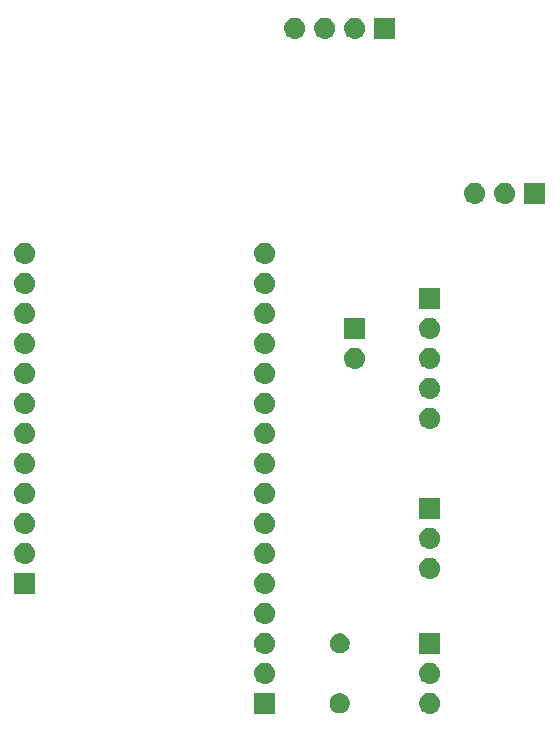
<source format=gbr>
G04 #@! TF.GenerationSoftware,KiCad,Pcbnew,5.0.2-bee76a0~70~ubuntu18.04.1*
G04 #@! TF.CreationDate,2019-07-25T22:31:23-04:00*
G04 #@! TF.ProjectId,knuth-gateway,6b6e7574-682d-4676-9174-657761792e6b,rev?*
G04 #@! TF.SameCoordinates,Original*
G04 #@! TF.FileFunction,Soldermask,Bot*
G04 #@! TF.FilePolarity,Negative*
%FSLAX46Y46*%
G04 Gerber Fmt 4.6, Leading zero omitted, Abs format (unit mm)*
G04 Created by KiCad (PCBNEW 5.0.2-bee76a0~70~ubuntu18.04.1) date Thu 25 Jul 2019 10:31:23 PM EDT*
%MOMM*%
%LPD*%
G01*
G04 APERTURE LIST*
%ADD10C,0.100000*%
G04 APERTURE END LIST*
D10*
G36*
X252840443Y-112135519D02*
X252906627Y-112142037D01*
X253019853Y-112176384D01*
X253076467Y-112193557D01*
X253163311Y-112239977D01*
X253232991Y-112277222D01*
X253268729Y-112306552D01*
X253370186Y-112389814D01*
X253453448Y-112491271D01*
X253482778Y-112527009D01*
X253482779Y-112527011D01*
X253566443Y-112683533D01*
X253583616Y-112740147D01*
X253617963Y-112853373D01*
X253635359Y-113030000D01*
X253617963Y-113206627D01*
X253583616Y-113319853D01*
X253566443Y-113376467D01*
X253497698Y-113505078D01*
X253482778Y-113532991D01*
X253453448Y-113568729D01*
X253370186Y-113670186D01*
X253268729Y-113753448D01*
X253232991Y-113782778D01*
X253232989Y-113782779D01*
X253076467Y-113866443D01*
X253069069Y-113868687D01*
X252906627Y-113917963D01*
X252840443Y-113924481D01*
X252774260Y-113931000D01*
X252685740Y-113931000D01*
X252619557Y-113924481D01*
X252553373Y-113917963D01*
X252390931Y-113868687D01*
X252383533Y-113866443D01*
X252227011Y-113782779D01*
X252227009Y-113782778D01*
X252191271Y-113753448D01*
X252089814Y-113670186D01*
X252006552Y-113568729D01*
X251977222Y-113532991D01*
X251962302Y-113505078D01*
X251893557Y-113376467D01*
X251876384Y-113319853D01*
X251842037Y-113206627D01*
X251824641Y-113030000D01*
X251842037Y-112853373D01*
X251876384Y-112740147D01*
X251893557Y-112683533D01*
X251977221Y-112527011D01*
X251977222Y-112527009D01*
X252006552Y-112491271D01*
X252089814Y-112389814D01*
X252191271Y-112306552D01*
X252227009Y-112277222D01*
X252296689Y-112239977D01*
X252383533Y-112193557D01*
X252440147Y-112176384D01*
X252553373Y-112142037D01*
X252619557Y-112135519D01*
X252685740Y-112129000D01*
X252774260Y-112129000D01*
X252840443Y-112135519D01*
X252840443Y-112135519D01*
G37*
G36*
X239661000Y-113931000D02*
X237859000Y-113931000D01*
X237859000Y-112129000D01*
X239661000Y-112129000D01*
X239661000Y-113931000D01*
X239661000Y-113931000D01*
G37*
G36*
X245276821Y-112191313D02*
X245276824Y-112191314D01*
X245276825Y-112191314D01*
X245437239Y-112239975D01*
X245437241Y-112239976D01*
X245437244Y-112239977D01*
X245585078Y-112318995D01*
X245714659Y-112425341D01*
X245821005Y-112554922D01*
X245900023Y-112702756D01*
X245900024Y-112702759D01*
X245900025Y-112702761D01*
X245945713Y-112853375D01*
X245948687Y-112863179D01*
X245965117Y-113030000D01*
X245948687Y-113196821D01*
X245948686Y-113196824D01*
X245948686Y-113196825D01*
X245945713Y-113206627D01*
X245900023Y-113357244D01*
X245821005Y-113505078D01*
X245714659Y-113634659D01*
X245585078Y-113741005D01*
X245437244Y-113820023D01*
X245437241Y-113820024D01*
X245437239Y-113820025D01*
X245276825Y-113868686D01*
X245276824Y-113868686D01*
X245276821Y-113868687D01*
X245151804Y-113881000D01*
X245068196Y-113881000D01*
X244943179Y-113868687D01*
X244943176Y-113868686D01*
X244943175Y-113868686D01*
X244782761Y-113820025D01*
X244782759Y-113820024D01*
X244782756Y-113820023D01*
X244634922Y-113741005D01*
X244505341Y-113634659D01*
X244398995Y-113505078D01*
X244319977Y-113357244D01*
X244274288Y-113206627D01*
X244271314Y-113196825D01*
X244271314Y-113196824D01*
X244271313Y-113196821D01*
X244254883Y-113030000D01*
X244271313Y-112863179D01*
X244274287Y-112853375D01*
X244319975Y-112702761D01*
X244319976Y-112702759D01*
X244319977Y-112702756D01*
X244398995Y-112554922D01*
X244505341Y-112425341D01*
X244634922Y-112318995D01*
X244782756Y-112239977D01*
X244782759Y-112239976D01*
X244782761Y-112239975D01*
X244943175Y-112191314D01*
X244943176Y-112191314D01*
X244943179Y-112191313D01*
X245068196Y-112179000D01*
X245151804Y-112179000D01*
X245276821Y-112191313D01*
X245276821Y-112191313D01*
G37*
G36*
X238870442Y-109595518D02*
X238936627Y-109602037D01*
X239049853Y-109636384D01*
X239106467Y-109653557D01*
X239245087Y-109727652D01*
X239262991Y-109737222D01*
X239298729Y-109766552D01*
X239400186Y-109849814D01*
X239483448Y-109951271D01*
X239512778Y-109987009D01*
X239512779Y-109987011D01*
X239596443Y-110143533D01*
X239596443Y-110143534D01*
X239647963Y-110313373D01*
X239665359Y-110490000D01*
X239647963Y-110666627D01*
X239613616Y-110779853D01*
X239596443Y-110836467D01*
X239522348Y-110975087D01*
X239512778Y-110992991D01*
X239483448Y-111028729D01*
X239400186Y-111130186D01*
X239298729Y-111213448D01*
X239262991Y-111242778D01*
X239262989Y-111242779D01*
X239106467Y-111326443D01*
X239049853Y-111343616D01*
X238936627Y-111377963D01*
X238870443Y-111384481D01*
X238804260Y-111391000D01*
X238715740Y-111391000D01*
X238649557Y-111384481D01*
X238583373Y-111377963D01*
X238470147Y-111343616D01*
X238413533Y-111326443D01*
X238257011Y-111242779D01*
X238257009Y-111242778D01*
X238221271Y-111213448D01*
X238119814Y-111130186D01*
X238036552Y-111028729D01*
X238007222Y-110992991D01*
X237997652Y-110975087D01*
X237923557Y-110836467D01*
X237906384Y-110779853D01*
X237872037Y-110666627D01*
X237854641Y-110490000D01*
X237872037Y-110313373D01*
X237923557Y-110143534D01*
X237923557Y-110143533D01*
X238007221Y-109987011D01*
X238007222Y-109987009D01*
X238036552Y-109951271D01*
X238119814Y-109849814D01*
X238221271Y-109766552D01*
X238257009Y-109737222D01*
X238274913Y-109727652D01*
X238413533Y-109653557D01*
X238470147Y-109636384D01*
X238583373Y-109602037D01*
X238649558Y-109595518D01*
X238715740Y-109589000D01*
X238804260Y-109589000D01*
X238870442Y-109595518D01*
X238870442Y-109595518D01*
G37*
G36*
X252840442Y-109595518D02*
X252906627Y-109602037D01*
X253019853Y-109636384D01*
X253076467Y-109653557D01*
X253215087Y-109727652D01*
X253232991Y-109737222D01*
X253268729Y-109766552D01*
X253370186Y-109849814D01*
X253453448Y-109951271D01*
X253482778Y-109987009D01*
X253482779Y-109987011D01*
X253566443Y-110143533D01*
X253566443Y-110143534D01*
X253617963Y-110313373D01*
X253635359Y-110490000D01*
X253617963Y-110666627D01*
X253583616Y-110779853D01*
X253566443Y-110836467D01*
X253492348Y-110975087D01*
X253482778Y-110992991D01*
X253453448Y-111028729D01*
X253370186Y-111130186D01*
X253268729Y-111213448D01*
X253232991Y-111242778D01*
X253232989Y-111242779D01*
X253076467Y-111326443D01*
X253019853Y-111343616D01*
X252906627Y-111377963D01*
X252840443Y-111384481D01*
X252774260Y-111391000D01*
X252685740Y-111391000D01*
X252619557Y-111384481D01*
X252553373Y-111377963D01*
X252440147Y-111343616D01*
X252383533Y-111326443D01*
X252227011Y-111242779D01*
X252227009Y-111242778D01*
X252191271Y-111213448D01*
X252089814Y-111130186D01*
X252006552Y-111028729D01*
X251977222Y-110992991D01*
X251967652Y-110975087D01*
X251893557Y-110836467D01*
X251876384Y-110779853D01*
X251842037Y-110666627D01*
X251824641Y-110490000D01*
X251842037Y-110313373D01*
X251893557Y-110143534D01*
X251893557Y-110143533D01*
X251977221Y-109987011D01*
X251977222Y-109987009D01*
X252006552Y-109951271D01*
X252089814Y-109849814D01*
X252191271Y-109766552D01*
X252227009Y-109737222D01*
X252244913Y-109727652D01*
X252383533Y-109653557D01*
X252440147Y-109636384D01*
X252553373Y-109602037D01*
X252619558Y-109595518D01*
X252685740Y-109589000D01*
X252774260Y-109589000D01*
X252840442Y-109595518D01*
X252840442Y-109595518D01*
G37*
G36*
X238870442Y-107055518D02*
X238936627Y-107062037D01*
X239049853Y-107096384D01*
X239106467Y-107113557D01*
X239245087Y-107187652D01*
X239262991Y-107197222D01*
X239298729Y-107226552D01*
X239400186Y-107309814D01*
X239480369Y-107407519D01*
X239512778Y-107447009D01*
X239512779Y-107447011D01*
X239596443Y-107603533D01*
X239596443Y-107603534D01*
X239647963Y-107773373D01*
X239665359Y-107950000D01*
X239647963Y-108126627D01*
X239626243Y-108198228D01*
X239596443Y-108296467D01*
X239522348Y-108435087D01*
X239512778Y-108452991D01*
X239483448Y-108488729D01*
X239400186Y-108590186D01*
X239298729Y-108673448D01*
X239262991Y-108702778D01*
X239262989Y-108702779D01*
X239106467Y-108786443D01*
X239058478Y-108801000D01*
X238936627Y-108837963D01*
X238870442Y-108844482D01*
X238804260Y-108851000D01*
X238715740Y-108851000D01*
X238649558Y-108844482D01*
X238583373Y-108837963D01*
X238461522Y-108801000D01*
X238413533Y-108786443D01*
X238257011Y-108702779D01*
X238257009Y-108702778D01*
X238221271Y-108673448D01*
X238119814Y-108590186D01*
X238036552Y-108488729D01*
X238007222Y-108452991D01*
X237997652Y-108435087D01*
X237923557Y-108296467D01*
X237893757Y-108198228D01*
X237872037Y-108126627D01*
X237854641Y-107950000D01*
X237872037Y-107773373D01*
X237923557Y-107603534D01*
X237923557Y-107603533D01*
X238007221Y-107447011D01*
X238007222Y-107447009D01*
X238039631Y-107407519D01*
X238119814Y-107309814D01*
X238221271Y-107226552D01*
X238257009Y-107197222D01*
X238274913Y-107187652D01*
X238413533Y-107113557D01*
X238470147Y-107096384D01*
X238583373Y-107062037D01*
X238649558Y-107055518D01*
X238715740Y-107049000D01*
X238804260Y-107049000D01*
X238870442Y-107055518D01*
X238870442Y-107055518D01*
G37*
G36*
X253631000Y-108851000D02*
X251829000Y-108851000D01*
X251829000Y-107049000D01*
X253631000Y-107049000D01*
X253631000Y-108851000D01*
X253631000Y-108851000D01*
G37*
G36*
X245358228Y-107131703D02*
X245513100Y-107195853D01*
X245652481Y-107288985D01*
X245771015Y-107407519D01*
X245864147Y-107546900D01*
X245928297Y-107701772D01*
X245961000Y-107866184D01*
X245961000Y-108033816D01*
X245928297Y-108198228D01*
X245864147Y-108353100D01*
X245771015Y-108492481D01*
X245652481Y-108611015D01*
X245513100Y-108704147D01*
X245358228Y-108768297D01*
X245193816Y-108801000D01*
X245026184Y-108801000D01*
X244861772Y-108768297D01*
X244706900Y-108704147D01*
X244567519Y-108611015D01*
X244448985Y-108492481D01*
X244355853Y-108353100D01*
X244291703Y-108198228D01*
X244259000Y-108033816D01*
X244259000Y-107866184D01*
X244291703Y-107701772D01*
X244355853Y-107546900D01*
X244448985Y-107407519D01*
X244567519Y-107288985D01*
X244706900Y-107195853D01*
X244861772Y-107131703D01*
X245026184Y-107099000D01*
X245193816Y-107099000D01*
X245358228Y-107131703D01*
X245358228Y-107131703D01*
G37*
G36*
X238870443Y-104515519D02*
X238936627Y-104522037D01*
X239049853Y-104556384D01*
X239106467Y-104573557D01*
X239245087Y-104647652D01*
X239262991Y-104657222D01*
X239298729Y-104686552D01*
X239400186Y-104769814D01*
X239483448Y-104871271D01*
X239512778Y-104907009D01*
X239512779Y-104907011D01*
X239596443Y-105063533D01*
X239596443Y-105063534D01*
X239647963Y-105233373D01*
X239665359Y-105410000D01*
X239647963Y-105586627D01*
X239613616Y-105699853D01*
X239596443Y-105756467D01*
X239522348Y-105895087D01*
X239512778Y-105912991D01*
X239483448Y-105948729D01*
X239400186Y-106050186D01*
X239298729Y-106133448D01*
X239262991Y-106162778D01*
X239262989Y-106162779D01*
X239106467Y-106246443D01*
X239049853Y-106263616D01*
X238936627Y-106297963D01*
X238870442Y-106304482D01*
X238804260Y-106311000D01*
X238715740Y-106311000D01*
X238649558Y-106304482D01*
X238583373Y-106297963D01*
X238470147Y-106263616D01*
X238413533Y-106246443D01*
X238257011Y-106162779D01*
X238257009Y-106162778D01*
X238221271Y-106133448D01*
X238119814Y-106050186D01*
X238036552Y-105948729D01*
X238007222Y-105912991D01*
X237997652Y-105895087D01*
X237923557Y-105756467D01*
X237906384Y-105699853D01*
X237872037Y-105586627D01*
X237854641Y-105410000D01*
X237872037Y-105233373D01*
X237923557Y-105063534D01*
X237923557Y-105063533D01*
X238007221Y-104907011D01*
X238007222Y-104907009D01*
X238036552Y-104871271D01*
X238119814Y-104769814D01*
X238221271Y-104686552D01*
X238257009Y-104657222D01*
X238274913Y-104647652D01*
X238413533Y-104573557D01*
X238470147Y-104556384D01*
X238583373Y-104522037D01*
X238649557Y-104515519D01*
X238715740Y-104509000D01*
X238804260Y-104509000D01*
X238870443Y-104515519D01*
X238870443Y-104515519D01*
G37*
G36*
X219341000Y-103771000D02*
X217539000Y-103771000D01*
X217539000Y-101969000D01*
X219341000Y-101969000D01*
X219341000Y-103771000D01*
X219341000Y-103771000D01*
G37*
G36*
X238870442Y-101975518D02*
X238936627Y-101982037D01*
X239049853Y-102016384D01*
X239106467Y-102033557D01*
X239236363Y-102102989D01*
X239262991Y-102117222D01*
X239298729Y-102146552D01*
X239400186Y-102229814D01*
X239483448Y-102331271D01*
X239512778Y-102367009D01*
X239512779Y-102367011D01*
X239596443Y-102523533D01*
X239596443Y-102523534D01*
X239647963Y-102693373D01*
X239665359Y-102870000D01*
X239647963Y-103046627D01*
X239613616Y-103159853D01*
X239596443Y-103216467D01*
X239522348Y-103355087D01*
X239512778Y-103372991D01*
X239483448Y-103408729D01*
X239400186Y-103510186D01*
X239298729Y-103593448D01*
X239262991Y-103622778D01*
X239262989Y-103622779D01*
X239106467Y-103706443D01*
X239049853Y-103723616D01*
X238936627Y-103757963D01*
X238870443Y-103764481D01*
X238804260Y-103771000D01*
X238715740Y-103771000D01*
X238649557Y-103764481D01*
X238583373Y-103757963D01*
X238470147Y-103723616D01*
X238413533Y-103706443D01*
X238257011Y-103622779D01*
X238257009Y-103622778D01*
X238221271Y-103593448D01*
X238119814Y-103510186D01*
X238036552Y-103408729D01*
X238007222Y-103372991D01*
X237997652Y-103355087D01*
X237923557Y-103216467D01*
X237906384Y-103159853D01*
X237872037Y-103046627D01*
X237854641Y-102870000D01*
X237872037Y-102693373D01*
X237923557Y-102523534D01*
X237923557Y-102523533D01*
X238007221Y-102367011D01*
X238007222Y-102367009D01*
X238036552Y-102331271D01*
X238119814Y-102229814D01*
X238221271Y-102146552D01*
X238257009Y-102117222D01*
X238283637Y-102102989D01*
X238413533Y-102033557D01*
X238470147Y-102016384D01*
X238583373Y-101982037D01*
X238649558Y-101975518D01*
X238715740Y-101969000D01*
X238804260Y-101969000D01*
X238870442Y-101975518D01*
X238870442Y-101975518D01*
G37*
G36*
X252840443Y-100705519D02*
X252906627Y-100712037D01*
X253019853Y-100746384D01*
X253076467Y-100763557D01*
X253206363Y-100832989D01*
X253232991Y-100847222D01*
X253268729Y-100876552D01*
X253370186Y-100959814D01*
X253453448Y-101061271D01*
X253482778Y-101097009D01*
X253482779Y-101097011D01*
X253566443Y-101253533D01*
X253566443Y-101253534D01*
X253617963Y-101423373D01*
X253635359Y-101600000D01*
X253617963Y-101776627D01*
X253583616Y-101889853D01*
X253566443Y-101946467D01*
X253547430Y-101982037D01*
X253482778Y-102102991D01*
X253453448Y-102138729D01*
X253370186Y-102240186D01*
X253268729Y-102323448D01*
X253232991Y-102352778D01*
X253232989Y-102352779D01*
X253076467Y-102436443D01*
X253019853Y-102453616D01*
X252906627Y-102487963D01*
X252840442Y-102494482D01*
X252774260Y-102501000D01*
X252685740Y-102501000D01*
X252619558Y-102494482D01*
X252553373Y-102487963D01*
X252440147Y-102453616D01*
X252383533Y-102436443D01*
X252227011Y-102352779D01*
X252227009Y-102352778D01*
X252191271Y-102323448D01*
X252089814Y-102240186D01*
X252006552Y-102138729D01*
X251977222Y-102102991D01*
X251912570Y-101982037D01*
X251893557Y-101946467D01*
X251876384Y-101889853D01*
X251842037Y-101776627D01*
X251824641Y-101600000D01*
X251842037Y-101423373D01*
X251893557Y-101253534D01*
X251893557Y-101253533D01*
X251977221Y-101097011D01*
X251977222Y-101097009D01*
X252006552Y-101061271D01*
X252089814Y-100959814D01*
X252191271Y-100876552D01*
X252227009Y-100847222D01*
X252253637Y-100832989D01*
X252383533Y-100763557D01*
X252440147Y-100746384D01*
X252553373Y-100712037D01*
X252619557Y-100705519D01*
X252685740Y-100699000D01*
X252774260Y-100699000D01*
X252840443Y-100705519D01*
X252840443Y-100705519D01*
G37*
G36*
X238870443Y-99435519D02*
X238936627Y-99442037D01*
X239049853Y-99476384D01*
X239106467Y-99493557D01*
X239236363Y-99562989D01*
X239262991Y-99577222D01*
X239298729Y-99606552D01*
X239400186Y-99689814D01*
X239483448Y-99791271D01*
X239512778Y-99827009D01*
X239512779Y-99827011D01*
X239596443Y-99983533D01*
X239596443Y-99983534D01*
X239647963Y-100153373D01*
X239665359Y-100330000D01*
X239647963Y-100506627D01*
X239613616Y-100619853D01*
X239596443Y-100676467D01*
X239577430Y-100712037D01*
X239512778Y-100832991D01*
X239483448Y-100868729D01*
X239400186Y-100970186D01*
X239298729Y-101053448D01*
X239262991Y-101082778D01*
X239262989Y-101082779D01*
X239106467Y-101166443D01*
X239049853Y-101183616D01*
X238936627Y-101217963D01*
X238870443Y-101224481D01*
X238804260Y-101231000D01*
X238715740Y-101231000D01*
X238649558Y-101224482D01*
X238583373Y-101217963D01*
X238470147Y-101183616D01*
X238413533Y-101166443D01*
X238257011Y-101082779D01*
X238257009Y-101082778D01*
X238221271Y-101053448D01*
X238119814Y-100970186D01*
X238036552Y-100868729D01*
X238007222Y-100832991D01*
X237942570Y-100712037D01*
X237923557Y-100676467D01*
X237906384Y-100619853D01*
X237872037Y-100506627D01*
X237854641Y-100330000D01*
X237872037Y-100153373D01*
X237923557Y-99983534D01*
X237923557Y-99983533D01*
X238007221Y-99827011D01*
X238007222Y-99827009D01*
X238036552Y-99791271D01*
X238119814Y-99689814D01*
X238221271Y-99606552D01*
X238257009Y-99577222D01*
X238283637Y-99562989D01*
X238413533Y-99493557D01*
X238470147Y-99476384D01*
X238583373Y-99442037D01*
X238649558Y-99435518D01*
X238715740Y-99429000D01*
X238804260Y-99429000D01*
X238870443Y-99435519D01*
X238870443Y-99435519D01*
G37*
G36*
X218550443Y-99435519D02*
X218616627Y-99442037D01*
X218729853Y-99476384D01*
X218786467Y-99493557D01*
X218916363Y-99562989D01*
X218942991Y-99577222D01*
X218978729Y-99606552D01*
X219080186Y-99689814D01*
X219163448Y-99791271D01*
X219192778Y-99827009D01*
X219192779Y-99827011D01*
X219276443Y-99983533D01*
X219276443Y-99983534D01*
X219327963Y-100153373D01*
X219345359Y-100330000D01*
X219327963Y-100506627D01*
X219293616Y-100619853D01*
X219276443Y-100676467D01*
X219257430Y-100712037D01*
X219192778Y-100832991D01*
X219163448Y-100868729D01*
X219080186Y-100970186D01*
X218978729Y-101053448D01*
X218942991Y-101082778D01*
X218942989Y-101082779D01*
X218786467Y-101166443D01*
X218729853Y-101183616D01*
X218616627Y-101217963D01*
X218550443Y-101224481D01*
X218484260Y-101231000D01*
X218395740Y-101231000D01*
X218329558Y-101224482D01*
X218263373Y-101217963D01*
X218150147Y-101183616D01*
X218093533Y-101166443D01*
X217937011Y-101082779D01*
X217937009Y-101082778D01*
X217901271Y-101053448D01*
X217799814Y-100970186D01*
X217716552Y-100868729D01*
X217687222Y-100832991D01*
X217622570Y-100712037D01*
X217603557Y-100676467D01*
X217586384Y-100619853D01*
X217552037Y-100506627D01*
X217534641Y-100330000D01*
X217552037Y-100153373D01*
X217603557Y-99983534D01*
X217603557Y-99983533D01*
X217687221Y-99827011D01*
X217687222Y-99827009D01*
X217716552Y-99791271D01*
X217799814Y-99689814D01*
X217901271Y-99606552D01*
X217937009Y-99577222D01*
X217963637Y-99562989D01*
X218093533Y-99493557D01*
X218150147Y-99476384D01*
X218263373Y-99442037D01*
X218329558Y-99435518D01*
X218395740Y-99429000D01*
X218484260Y-99429000D01*
X218550443Y-99435519D01*
X218550443Y-99435519D01*
G37*
G36*
X252840443Y-98165519D02*
X252906627Y-98172037D01*
X253019853Y-98206384D01*
X253076467Y-98223557D01*
X253206363Y-98292989D01*
X253232991Y-98307222D01*
X253268729Y-98336552D01*
X253370186Y-98419814D01*
X253453448Y-98521271D01*
X253482778Y-98557009D01*
X253482779Y-98557011D01*
X253566443Y-98713533D01*
X253566443Y-98713534D01*
X253617963Y-98883373D01*
X253635359Y-99060000D01*
X253617963Y-99236627D01*
X253583616Y-99349853D01*
X253566443Y-99406467D01*
X253547430Y-99442037D01*
X253482778Y-99562991D01*
X253453448Y-99598729D01*
X253370186Y-99700186D01*
X253268729Y-99783448D01*
X253232991Y-99812778D01*
X253232989Y-99812779D01*
X253076467Y-99896443D01*
X253019853Y-99913616D01*
X252906627Y-99947963D01*
X252840443Y-99954481D01*
X252774260Y-99961000D01*
X252685740Y-99961000D01*
X252619557Y-99954481D01*
X252553373Y-99947963D01*
X252440147Y-99913616D01*
X252383533Y-99896443D01*
X252227011Y-99812779D01*
X252227009Y-99812778D01*
X252191271Y-99783448D01*
X252089814Y-99700186D01*
X252006552Y-99598729D01*
X251977222Y-99562991D01*
X251912570Y-99442037D01*
X251893557Y-99406467D01*
X251876384Y-99349853D01*
X251842037Y-99236627D01*
X251824641Y-99060000D01*
X251842037Y-98883373D01*
X251893557Y-98713534D01*
X251893557Y-98713533D01*
X251977221Y-98557011D01*
X251977222Y-98557009D01*
X252006552Y-98521271D01*
X252089814Y-98419814D01*
X252191271Y-98336552D01*
X252227009Y-98307222D01*
X252253637Y-98292989D01*
X252383533Y-98223557D01*
X252440147Y-98206384D01*
X252553373Y-98172037D01*
X252619557Y-98165519D01*
X252685740Y-98159000D01*
X252774260Y-98159000D01*
X252840443Y-98165519D01*
X252840443Y-98165519D01*
G37*
G36*
X238870442Y-96895518D02*
X238936627Y-96902037D01*
X239049853Y-96936384D01*
X239106467Y-96953557D01*
X239245087Y-97027652D01*
X239262991Y-97037222D01*
X239298729Y-97066552D01*
X239400186Y-97149814D01*
X239483448Y-97251271D01*
X239512778Y-97287009D01*
X239512779Y-97287011D01*
X239596443Y-97443533D01*
X239596443Y-97443534D01*
X239647963Y-97613373D01*
X239665359Y-97790000D01*
X239647963Y-97966627D01*
X239613616Y-98079853D01*
X239596443Y-98136467D01*
X239577430Y-98172037D01*
X239512778Y-98292991D01*
X239483448Y-98328729D01*
X239400186Y-98430186D01*
X239298729Y-98513448D01*
X239262991Y-98542778D01*
X239262989Y-98542779D01*
X239106467Y-98626443D01*
X239049853Y-98643616D01*
X238936627Y-98677963D01*
X238870442Y-98684482D01*
X238804260Y-98691000D01*
X238715740Y-98691000D01*
X238649558Y-98684482D01*
X238583373Y-98677963D01*
X238470147Y-98643616D01*
X238413533Y-98626443D01*
X238257011Y-98542779D01*
X238257009Y-98542778D01*
X238221271Y-98513448D01*
X238119814Y-98430186D01*
X238036552Y-98328729D01*
X238007222Y-98292991D01*
X237942570Y-98172037D01*
X237923557Y-98136467D01*
X237906384Y-98079853D01*
X237872037Y-97966627D01*
X237854641Y-97790000D01*
X237872037Y-97613373D01*
X237923557Y-97443534D01*
X237923557Y-97443533D01*
X238007221Y-97287011D01*
X238007222Y-97287009D01*
X238036552Y-97251271D01*
X238119814Y-97149814D01*
X238221271Y-97066552D01*
X238257009Y-97037222D01*
X238274913Y-97027652D01*
X238413533Y-96953557D01*
X238470147Y-96936384D01*
X238583373Y-96902037D01*
X238649558Y-96895518D01*
X238715740Y-96889000D01*
X238804260Y-96889000D01*
X238870442Y-96895518D01*
X238870442Y-96895518D01*
G37*
G36*
X218550442Y-96895518D02*
X218616627Y-96902037D01*
X218729853Y-96936384D01*
X218786467Y-96953557D01*
X218925087Y-97027652D01*
X218942991Y-97037222D01*
X218978729Y-97066552D01*
X219080186Y-97149814D01*
X219163448Y-97251271D01*
X219192778Y-97287009D01*
X219192779Y-97287011D01*
X219276443Y-97443533D01*
X219276443Y-97443534D01*
X219327963Y-97613373D01*
X219345359Y-97790000D01*
X219327963Y-97966627D01*
X219293616Y-98079853D01*
X219276443Y-98136467D01*
X219257430Y-98172037D01*
X219192778Y-98292991D01*
X219163448Y-98328729D01*
X219080186Y-98430186D01*
X218978729Y-98513448D01*
X218942991Y-98542778D01*
X218942989Y-98542779D01*
X218786467Y-98626443D01*
X218729853Y-98643616D01*
X218616627Y-98677963D01*
X218550442Y-98684482D01*
X218484260Y-98691000D01*
X218395740Y-98691000D01*
X218329558Y-98684482D01*
X218263373Y-98677963D01*
X218150147Y-98643616D01*
X218093533Y-98626443D01*
X217937011Y-98542779D01*
X217937009Y-98542778D01*
X217901271Y-98513448D01*
X217799814Y-98430186D01*
X217716552Y-98328729D01*
X217687222Y-98292991D01*
X217622570Y-98172037D01*
X217603557Y-98136467D01*
X217586384Y-98079853D01*
X217552037Y-97966627D01*
X217534641Y-97790000D01*
X217552037Y-97613373D01*
X217603557Y-97443534D01*
X217603557Y-97443533D01*
X217687221Y-97287011D01*
X217687222Y-97287009D01*
X217716552Y-97251271D01*
X217799814Y-97149814D01*
X217901271Y-97066552D01*
X217937009Y-97037222D01*
X217954913Y-97027652D01*
X218093533Y-96953557D01*
X218150147Y-96936384D01*
X218263373Y-96902037D01*
X218329558Y-96895518D01*
X218395740Y-96889000D01*
X218484260Y-96889000D01*
X218550442Y-96895518D01*
X218550442Y-96895518D01*
G37*
G36*
X253631000Y-97421000D02*
X251829000Y-97421000D01*
X251829000Y-95619000D01*
X253631000Y-95619000D01*
X253631000Y-97421000D01*
X253631000Y-97421000D01*
G37*
G36*
X218550442Y-94355518D02*
X218616627Y-94362037D01*
X218729853Y-94396384D01*
X218786467Y-94413557D01*
X218925087Y-94487652D01*
X218942991Y-94497222D01*
X218978729Y-94526552D01*
X219080186Y-94609814D01*
X219163448Y-94711271D01*
X219192778Y-94747009D01*
X219192779Y-94747011D01*
X219276443Y-94903533D01*
X219276443Y-94903534D01*
X219327963Y-95073373D01*
X219345359Y-95250000D01*
X219327963Y-95426627D01*
X219293616Y-95539853D01*
X219276443Y-95596467D01*
X219202348Y-95735087D01*
X219192778Y-95752991D01*
X219163448Y-95788729D01*
X219080186Y-95890186D01*
X218978729Y-95973448D01*
X218942991Y-96002778D01*
X218942989Y-96002779D01*
X218786467Y-96086443D01*
X218729853Y-96103616D01*
X218616627Y-96137963D01*
X218550443Y-96144481D01*
X218484260Y-96151000D01*
X218395740Y-96151000D01*
X218329558Y-96144482D01*
X218263373Y-96137963D01*
X218150147Y-96103616D01*
X218093533Y-96086443D01*
X217937011Y-96002779D01*
X217937009Y-96002778D01*
X217901271Y-95973448D01*
X217799814Y-95890186D01*
X217716552Y-95788729D01*
X217687222Y-95752991D01*
X217677652Y-95735087D01*
X217603557Y-95596467D01*
X217586384Y-95539853D01*
X217552037Y-95426627D01*
X217534641Y-95250000D01*
X217552037Y-95073373D01*
X217603557Y-94903534D01*
X217603557Y-94903533D01*
X217687221Y-94747011D01*
X217687222Y-94747009D01*
X217716552Y-94711271D01*
X217799814Y-94609814D01*
X217901271Y-94526552D01*
X217937009Y-94497222D01*
X217954913Y-94487652D01*
X218093533Y-94413557D01*
X218150147Y-94396384D01*
X218263373Y-94362037D01*
X218329557Y-94355519D01*
X218395740Y-94349000D01*
X218484260Y-94349000D01*
X218550442Y-94355518D01*
X218550442Y-94355518D01*
G37*
G36*
X238870442Y-94355518D02*
X238936627Y-94362037D01*
X239049853Y-94396384D01*
X239106467Y-94413557D01*
X239245087Y-94487652D01*
X239262991Y-94497222D01*
X239298729Y-94526552D01*
X239400186Y-94609814D01*
X239483448Y-94711271D01*
X239512778Y-94747009D01*
X239512779Y-94747011D01*
X239596443Y-94903533D01*
X239596443Y-94903534D01*
X239647963Y-95073373D01*
X239665359Y-95250000D01*
X239647963Y-95426627D01*
X239613616Y-95539853D01*
X239596443Y-95596467D01*
X239522348Y-95735087D01*
X239512778Y-95752991D01*
X239483448Y-95788729D01*
X239400186Y-95890186D01*
X239298729Y-95973448D01*
X239262991Y-96002778D01*
X239262989Y-96002779D01*
X239106467Y-96086443D01*
X239049853Y-96103616D01*
X238936627Y-96137963D01*
X238870443Y-96144481D01*
X238804260Y-96151000D01*
X238715740Y-96151000D01*
X238649558Y-96144482D01*
X238583373Y-96137963D01*
X238470147Y-96103616D01*
X238413533Y-96086443D01*
X238257011Y-96002779D01*
X238257009Y-96002778D01*
X238221271Y-95973448D01*
X238119814Y-95890186D01*
X238036552Y-95788729D01*
X238007222Y-95752991D01*
X237997652Y-95735087D01*
X237923557Y-95596467D01*
X237906384Y-95539853D01*
X237872037Y-95426627D01*
X237854641Y-95250000D01*
X237872037Y-95073373D01*
X237923557Y-94903534D01*
X237923557Y-94903533D01*
X238007221Y-94747011D01*
X238007222Y-94747009D01*
X238036552Y-94711271D01*
X238119814Y-94609814D01*
X238221271Y-94526552D01*
X238257009Y-94497222D01*
X238274913Y-94487652D01*
X238413533Y-94413557D01*
X238470147Y-94396384D01*
X238583373Y-94362037D01*
X238649557Y-94355519D01*
X238715740Y-94349000D01*
X238804260Y-94349000D01*
X238870442Y-94355518D01*
X238870442Y-94355518D01*
G37*
G36*
X218550442Y-91815518D02*
X218616627Y-91822037D01*
X218729853Y-91856384D01*
X218786467Y-91873557D01*
X218925087Y-91947652D01*
X218942991Y-91957222D01*
X218978729Y-91986552D01*
X219080186Y-92069814D01*
X219163448Y-92171271D01*
X219192778Y-92207009D01*
X219192779Y-92207011D01*
X219276443Y-92363533D01*
X219276443Y-92363534D01*
X219327963Y-92533373D01*
X219345359Y-92710000D01*
X219327963Y-92886627D01*
X219293616Y-92999853D01*
X219276443Y-93056467D01*
X219202348Y-93195087D01*
X219192778Y-93212991D01*
X219163448Y-93248729D01*
X219080186Y-93350186D01*
X218978729Y-93433448D01*
X218942991Y-93462778D01*
X218942989Y-93462779D01*
X218786467Y-93546443D01*
X218729853Y-93563616D01*
X218616627Y-93597963D01*
X218550442Y-93604482D01*
X218484260Y-93611000D01*
X218395740Y-93611000D01*
X218329557Y-93604481D01*
X218263373Y-93597963D01*
X218150147Y-93563616D01*
X218093533Y-93546443D01*
X217937011Y-93462779D01*
X217937009Y-93462778D01*
X217901271Y-93433448D01*
X217799814Y-93350186D01*
X217716552Y-93248729D01*
X217687222Y-93212991D01*
X217677652Y-93195087D01*
X217603557Y-93056467D01*
X217586384Y-92999853D01*
X217552037Y-92886627D01*
X217534641Y-92710000D01*
X217552037Y-92533373D01*
X217603557Y-92363534D01*
X217603557Y-92363533D01*
X217687221Y-92207011D01*
X217687222Y-92207009D01*
X217716552Y-92171271D01*
X217799814Y-92069814D01*
X217901271Y-91986552D01*
X217937009Y-91957222D01*
X217954913Y-91947652D01*
X218093533Y-91873557D01*
X218150147Y-91856384D01*
X218263373Y-91822037D01*
X218329558Y-91815518D01*
X218395740Y-91809000D01*
X218484260Y-91809000D01*
X218550442Y-91815518D01*
X218550442Y-91815518D01*
G37*
G36*
X238870442Y-91815518D02*
X238936627Y-91822037D01*
X239049853Y-91856384D01*
X239106467Y-91873557D01*
X239245087Y-91947652D01*
X239262991Y-91957222D01*
X239298729Y-91986552D01*
X239400186Y-92069814D01*
X239483448Y-92171271D01*
X239512778Y-92207009D01*
X239512779Y-92207011D01*
X239596443Y-92363533D01*
X239596443Y-92363534D01*
X239647963Y-92533373D01*
X239665359Y-92710000D01*
X239647963Y-92886627D01*
X239613616Y-92999853D01*
X239596443Y-93056467D01*
X239522348Y-93195087D01*
X239512778Y-93212991D01*
X239483448Y-93248729D01*
X239400186Y-93350186D01*
X239298729Y-93433448D01*
X239262991Y-93462778D01*
X239262989Y-93462779D01*
X239106467Y-93546443D01*
X239049853Y-93563616D01*
X238936627Y-93597963D01*
X238870442Y-93604482D01*
X238804260Y-93611000D01*
X238715740Y-93611000D01*
X238649557Y-93604481D01*
X238583373Y-93597963D01*
X238470147Y-93563616D01*
X238413533Y-93546443D01*
X238257011Y-93462779D01*
X238257009Y-93462778D01*
X238221271Y-93433448D01*
X238119814Y-93350186D01*
X238036552Y-93248729D01*
X238007222Y-93212991D01*
X237997652Y-93195087D01*
X237923557Y-93056467D01*
X237906384Y-92999853D01*
X237872037Y-92886627D01*
X237854641Y-92710000D01*
X237872037Y-92533373D01*
X237923557Y-92363534D01*
X237923557Y-92363533D01*
X238007221Y-92207011D01*
X238007222Y-92207009D01*
X238036552Y-92171271D01*
X238119814Y-92069814D01*
X238221271Y-91986552D01*
X238257009Y-91957222D01*
X238274913Y-91947652D01*
X238413533Y-91873557D01*
X238470147Y-91856384D01*
X238583373Y-91822037D01*
X238649558Y-91815518D01*
X238715740Y-91809000D01*
X238804260Y-91809000D01*
X238870442Y-91815518D01*
X238870442Y-91815518D01*
G37*
G36*
X238870443Y-89275519D02*
X238936627Y-89282037D01*
X239049853Y-89316384D01*
X239106467Y-89333557D01*
X239236363Y-89402989D01*
X239262991Y-89417222D01*
X239298729Y-89446552D01*
X239400186Y-89529814D01*
X239483448Y-89631271D01*
X239512778Y-89667009D01*
X239512779Y-89667011D01*
X239596443Y-89823533D01*
X239596443Y-89823534D01*
X239647963Y-89993373D01*
X239665359Y-90170000D01*
X239647963Y-90346627D01*
X239613616Y-90459853D01*
X239596443Y-90516467D01*
X239522348Y-90655087D01*
X239512778Y-90672991D01*
X239483448Y-90708729D01*
X239400186Y-90810186D01*
X239298729Y-90893448D01*
X239262991Y-90922778D01*
X239262989Y-90922779D01*
X239106467Y-91006443D01*
X239049853Y-91023616D01*
X238936627Y-91057963D01*
X238870442Y-91064482D01*
X238804260Y-91071000D01*
X238715740Y-91071000D01*
X238649558Y-91064482D01*
X238583373Y-91057963D01*
X238470147Y-91023616D01*
X238413533Y-91006443D01*
X238257011Y-90922779D01*
X238257009Y-90922778D01*
X238221271Y-90893448D01*
X238119814Y-90810186D01*
X238036552Y-90708729D01*
X238007222Y-90672991D01*
X237997652Y-90655087D01*
X237923557Y-90516467D01*
X237906384Y-90459853D01*
X237872037Y-90346627D01*
X237854641Y-90170000D01*
X237872037Y-89993373D01*
X237923557Y-89823534D01*
X237923557Y-89823533D01*
X238007221Y-89667011D01*
X238007222Y-89667009D01*
X238036552Y-89631271D01*
X238119814Y-89529814D01*
X238221271Y-89446552D01*
X238257009Y-89417222D01*
X238283637Y-89402989D01*
X238413533Y-89333557D01*
X238470147Y-89316384D01*
X238583373Y-89282037D01*
X238649557Y-89275519D01*
X238715740Y-89269000D01*
X238804260Y-89269000D01*
X238870443Y-89275519D01*
X238870443Y-89275519D01*
G37*
G36*
X218550443Y-89275519D02*
X218616627Y-89282037D01*
X218729853Y-89316384D01*
X218786467Y-89333557D01*
X218916363Y-89402989D01*
X218942991Y-89417222D01*
X218978729Y-89446552D01*
X219080186Y-89529814D01*
X219163448Y-89631271D01*
X219192778Y-89667009D01*
X219192779Y-89667011D01*
X219276443Y-89823533D01*
X219276443Y-89823534D01*
X219327963Y-89993373D01*
X219345359Y-90170000D01*
X219327963Y-90346627D01*
X219293616Y-90459853D01*
X219276443Y-90516467D01*
X219202348Y-90655087D01*
X219192778Y-90672991D01*
X219163448Y-90708729D01*
X219080186Y-90810186D01*
X218978729Y-90893448D01*
X218942991Y-90922778D01*
X218942989Y-90922779D01*
X218786467Y-91006443D01*
X218729853Y-91023616D01*
X218616627Y-91057963D01*
X218550442Y-91064482D01*
X218484260Y-91071000D01*
X218395740Y-91071000D01*
X218329558Y-91064482D01*
X218263373Y-91057963D01*
X218150147Y-91023616D01*
X218093533Y-91006443D01*
X217937011Y-90922779D01*
X217937009Y-90922778D01*
X217901271Y-90893448D01*
X217799814Y-90810186D01*
X217716552Y-90708729D01*
X217687222Y-90672991D01*
X217677652Y-90655087D01*
X217603557Y-90516467D01*
X217586384Y-90459853D01*
X217552037Y-90346627D01*
X217534641Y-90170000D01*
X217552037Y-89993373D01*
X217603557Y-89823534D01*
X217603557Y-89823533D01*
X217687221Y-89667011D01*
X217687222Y-89667009D01*
X217716552Y-89631271D01*
X217799814Y-89529814D01*
X217901271Y-89446552D01*
X217937009Y-89417222D01*
X217963637Y-89402989D01*
X218093533Y-89333557D01*
X218150147Y-89316384D01*
X218263373Y-89282037D01*
X218329557Y-89275519D01*
X218395740Y-89269000D01*
X218484260Y-89269000D01*
X218550443Y-89275519D01*
X218550443Y-89275519D01*
G37*
G36*
X252840443Y-88005519D02*
X252906627Y-88012037D01*
X253019853Y-88046384D01*
X253076467Y-88063557D01*
X253206363Y-88132989D01*
X253232991Y-88147222D01*
X253268729Y-88176552D01*
X253370186Y-88259814D01*
X253453448Y-88361271D01*
X253482778Y-88397009D01*
X253482779Y-88397011D01*
X253566443Y-88553533D01*
X253566443Y-88553534D01*
X253617963Y-88723373D01*
X253635359Y-88900000D01*
X253617963Y-89076627D01*
X253583616Y-89189853D01*
X253566443Y-89246467D01*
X253547430Y-89282037D01*
X253482778Y-89402991D01*
X253453448Y-89438729D01*
X253370186Y-89540186D01*
X253268729Y-89623448D01*
X253232991Y-89652778D01*
X253232989Y-89652779D01*
X253076467Y-89736443D01*
X253019853Y-89753616D01*
X252906627Y-89787963D01*
X252840443Y-89794481D01*
X252774260Y-89801000D01*
X252685740Y-89801000D01*
X252619557Y-89794481D01*
X252553373Y-89787963D01*
X252440147Y-89753616D01*
X252383533Y-89736443D01*
X252227011Y-89652779D01*
X252227009Y-89652778D01*
X252191271Y-89623448D01*
X252089814Y-89540186D01*
X252006552Y-89438729D01*
X251977222Y-89402991D01*
X251912570Y-89282037D01*
X251893557Y-89246467D01*
X251876384Y-89189853D01*
X251842037Y-89076627D01*
X251824641Y-88900000D01*
X251842037Y-88723373D01*
X251893557Y-88553534D01*
X251893557Y-88553533D01*
X251977221Y-88397011D01*
X251977222Y-88397009D01*
X252006552Y-88361271D01*
X252089814Y-88259814D01*
X252191271Y-88176552D01*
X252227009Y-88147222D01*
X252253637Y-88132989D01*
X252383533Y-88063557D01*
X252440147Y-88046384D01*
X252553373Y-88012037D01*
X252619558Y-88005518D01*
X252685740Y-87999000D01*
X252774260Y-87999000D01*
X252840443Y-88005519D01*
X252840443Y-88005519D01*
G37*
G36*
X218550442Y-86735518D02*
X218616627Y-86742037D01*
X218729853Y-86776384D01*
X218786467Y-86793557D01*
X218916363Y-86862989D01*
X218942991Y-86877222D01*
X218978729Y-86906552D01*
X219080186Y-86989814D01*
X219163448Y-87091271D01*
X219192778Y-87127009D01*
X219192779Y-87127011D01*
X219276443Y-87283533D01*
X219276443Y-87283534D01*
X219327963Y-87453373D01*
X219345359Y-87630000D01*
X219327963Y-87806627D01*
X219293616Y-87919853D01*
X219276443Y-87976467D01*
X219257430Y-88012037D01*
X219192778Y-88132991D01*
X219163448Y-88168729D01*
X219080186Y-88270186D01*
X218978729Y-88353448D01*
X218942991Y-88382778D01*
X218942989Y-88382779D01*
X218786467Y-88466443D01*
X218729853Y-88483616D01*
X218616627Y-88517963D01*
X218550442Y-88524482D01*
X218484260Y-88531000D01*
X218395740Y-88531000D01*
X218329558Y-88524482D01*
X218263373Y-88517963D01*
X218150147Y-88483616D01*
X218093533Y-88466443D01*
X217937011Y-88382779D01*
X217937009Y-88382778D01*
X217901271Y-88353448D01*
X217799814Y-88270186D01*
X217716552Y-88168729D01*
X217687222Y-88132991D01*
X217622570Y-88012037D01*
X217603557Y-87976467D01*
X217586384Y-87919853D01*
X217552037Y-87806627D01*
X217534641Y-87630000D01*
X217552037Y-87453373D01*
X217603557Y-87283534D01*
X217603557Y-87283533D01*
X217687221Y-87127011D01*
X217687222Y-87127009D01*
X217716552Y-87091271D01*
X217799814Y-86989814D01*
X217901271Y-86906552D01*
X217937009Y-86877222D01*
X217963637Y-86862989D01*
X218093533Y-86793557D01*
X218150147Y-86776384D01*
X218263373Y-86742037D01*
X218329558Y-86735518D01*
X218395740Y-86729000D01*
X218484260Y-86729000D01*
X218550442Y-86735518D01*
X218550442Y-86735518D01*
G37*
G36*
X238870442Y-86735518D02*
X238936627Y-86742037D01*
X239049853Y-86776384D01*
X239106467Y-86793557D01*
X239236363Y-86862989D01*
X239262991Y-86877222D01*
X239298729Y-86906552D01*
X239400186Y-86989814D01*
X239483448Y-87091271D01*
X239512778Y-87127009D01*
X239512779Y-87127011D01*
X239596443Y-87283533D01*
X239596443Y-87283534D01*
X239647963Y-87453373D01*
X239665359Y-87630000D01*
X239647963Y-87806627D01*
X239613616Y-87919853D01*
X239596443Y-87976467D01*
X239577430Y-88012037D01*
X239512778Y-88132991D01*
X239483448Y-88168729D01*
X239400186Y-88270186D01*
X239298729Y-88353448D01*
X239262991Y-88382778D01*
X239262989Y-88382779D01*
X239106467Y-88466443D01*
X239049853Y-88483616D01*
X238936627Y-88517963D01*
X238870442Y-88524482D01*
X238804260Y-88531000D01*
X238715740Y-88531000D01*
X238649558Y-88524482D01*
X238583373Y-88517963D01*
X238470147Y-88483616D01*
X238413533Y-88466443D01*
X238257011Y-88382779D01*
X238257009Y-88382778D01*
X238221271Y-88353448D01*
X238119814Y-88270186D01*
X238036552Y-88168729D01*
X238007222Y-88132991D01*
X237942570Y-88012037D01*
X237923557Y-87976467D01*
X237906384Y-87919853D01*
X237872037Y-87806627D01*
X237854641Y-87630000D01*
X237872037Y-87453373D01*
X237923557Y-87283534D01*
X237923557Y-87283533D01*
X238007221Y-87127011D01*
X238007222Y-87127009D01*
X238036552Y-87091271D01*
X238119814Y-86989814D01*
X238221271Y-86906552D01*
X238257009Y-86877222D01*
X238283637Y-86862989D01*
X238413533Y-86793557D01*
X238470147Y-86776384D01*
X238583373Y-86742037D01*
X238649558Y-86735518D01*
X238715740Y-86729000D01*
X238804260Y-86729000D01*
X238870442Y-86735518D01*
X238870442Y-86735518D01*
G37*
G36*
X252840442Y-85465518D02*
X252906627Y-85472037D01*
X253019853Y-85506384D01*
X253076467Y-85523557D01*
X253206363Y-85592989D01*
X253232991Y-85607222D01*
X253268729Y-85636552D01*
X253370186Y-85719814D01*
X253453448Y-85821271D01*
X253482778Y-85857009D01*
X253482779Y-85857011D01*
X253566443Y-86013533D01*
X253566443Y-86013534D01*
X253617963Y-86183373D01*
X253635359Y-86360000D01*
X253617963Y-86536627D01*
X253583616Y-86649853D01*
X253566443Y-86706467D01*
X253547430Y-86742037D01*
X253482778Y-86862991D01*
X253453448Y-86898729D01*
X253370186Y-87000186D01*
X253268729Y-87083448D01*
X253232991Y-87112778D01*
X253232989Y-87112779D01*
X253076467Y-87196443D01*
X253019853Y-87213616D01*
X252906627Y-87247963D01*
X252840442Y-87254482D01*
X252774260Y-87261000D01*
X252685740Y-87261000D01*
X252619558Y-87254482D01*
X252553373Y-87247963D01*
X252440147Y-87213616D01*
X252383533Y-87196443D01*
X252227011Y-87112779D01*
X252227009Y-87112778D01*
X252191271Y-87083448D01*
X252089814Y-87000186D01*
X252006552Y-86898729D01*
X251977222Y-86862991D01*
X251912570Y-86742037D01*
X251893557Y-86706467D01*
X251876384Y-86649853D01*
X251842037Y-86536627D01*
X251824641Y-86360000D01*
X251842037Y-86183373D01*
X251893557Y-86013534D01*
X251893557Y-86013533D01*
X251977221Y-85857011D01*
X251977222Y-85857009D01*
X252006552Y-85821271D01*
X252089814Y-85719814D01*
X252191271Y-85636552D01*
X252227009Y-85607222D01*
X252253637Y-85592989D01*
X252383533Y-85523557D01*
X252440147Y-85506384D01*
X252553373Y-85472037D01*
X252619558Y-85465518D01*
X252685740Y-85459000D01*
X252774260Y-85459000D01*
X252840442Y-85465518D01*
X252840442Y-85465518D01*
G37*
G36*
X238870442Y-84195518D02*
X238936627Y-84202037D01*
X239049853Y-84236384D01*
X239106467Y-84253557D01*
X239236363Y-84322989D01*
X239262991Y-84337222D01*
X239298729Y-84366552D01*
X239400186Y-84449814D01*
X239483448Y-84551271D01*
X239512778Y-84587009D01*
X239512779Y-84587011D01*
X239596443Y-84743533D01*
X239596443Y-84743534D01*
X239647963Y-84913373D01*
X239665359Y-85090000D01*
X239647963Y-85266627D01*
X239613616Y-85379853D01*
X239596443Y-85436467D01*
X239577430Y-85472037D01*
X239512778Y-85592991D01*
X239483448Y-85628729D01*
X239400186Y-85730186D01*
X239298729Y-85813448D01*
X239262991Y-85842778D01*
X239262989Y-85842779D01*
X239106467Y-85926443D01*
X239049853Y-85943616D01*
X238936627Y-85977963D01*
X238870442Y-85984482D01*
X238804260Y-85991000D01*
X238715740Y-85991000D01*
X238649558Y-85984482D01*
X238583373Y-85977963D01*
X238470147Y-85943616D01*
X238413533Y-85926443D01*
X238257011Y-85842779D01*
X238257009Y-85842778D01*
X238221271Y-85813448D01*
X238119814Y-85730186D01*
X238036552Y-85628729D01*
X238007222Y-85592991D01*
X237942570Y-85472037D01*
X237923557Y-85436467D01*
X237906384Y-85379853D01*
X237872037Y-85266627D01*
X237854641Y-85090000D01*
X237872037Y-84913373D01*
X237923557Y-84743534D01*
X237923557Y-84743533D01*
X238007221Y-84587011D01*
X238007222Y-84587009D01*
X238036552Y-84551271D01*
X238119814Y-84449814D01*
X238221271Y-84366552D01*
X238257009Y-84337222D01*
X238283637Y-84322989D01*
X238413533Y-84253557D01*
X238470147Y-84236384D01*
X238583373Y-84202037D01*
X238649558Y-84195518D01*
X238715740Y-84189000D01*
X238804260Y-84189000D01*
X238870442Y-84195518D01*
X238870442Y-84195518D01*
G37*
G36*
X218550442Y-84195518D02*
X218616627Y-84202037D01*
X218729853Y-84236384D01*
X218786467Y-84253557D01*
X218916363Y-84322989D01*
X218942991Y-84337222D01*
X218978729Y-84366552D01*
X219080186Y-84449814D01*
X219163448Y-84551271D01*
X219192778Y-84587009D01*
X219192779Y-84587011D01*
X219276443Y-84743533D01*
X219276443Y-84743534D01*
X219327963Y-84913373D01*
X219345359Y-85090000D01*
X219327963Y-85266627D01*
X219293616Y-85379853D01*
X219276443Y-85436467D01*
X219257430Y-85472037D01*
X219192778Y-85592991D01*
X219163448Y-85628729D01*
X219080186Y-85730186D01*
X218978729Y-85813448D01*
X218942991Y-85842778D01*
X218942989Y-85842779D01*
X218786467Y-85926443D01*
X218729853Y-85943616D01*
X218616627Y-85977963D01*
X218550442Y-85984482D01*
X218484260Y-85991000D01*
X218395740Y-85991000D01*
X218329558Y-85984482D01*
X218263373Y-85977963D01*
X218150147Y-85943616D01*
X218093533Y-85926443D01*
X217937011Y-85842779D01*
X217937009Y-85842778D01*
X217901271Y-85813448D01*
X217799814Y-85730186D01*
X217716552Y-85628729D01*
X217687222Y-85592991D01*
X217622570Y-85472037D01*
X217603557Y-85436467D01*
X217586384Y-85379853D01*
X217552037Y-85266627D01*
X217534641Y-85090000D01*
X217552037Y-84913373D01*
X217603557Y-84743534D01*
X217603557Y-84743533D01*
X217687221Y-84587011D01*
X217687222Y-84587009D01*
X217716552Y-84551271D01*
X217799814Y-84449814D01*
X217901271Y-84366552D01*
X217937009Y-84337222D01*
X217963637Y-84322989D01*
X218093533Y-84253557D01*
X218150147Y-84236384D01*
X218263373Y-84202037D01*
X218329558Y-84195518D01*
X218395740Y-84189000D01*
X218484260Y-84189000D01*
X218550442Y-84195518D01*
X218550442Y-84195518D01*
G37*
G36*
X246490443Y-82925519D02*
X246556627Y-82932037D01*
X246669853Y-82966384D01*
X246726467Y-82983557D01*
X246856363Y-83052989D01*
X246882991Y-83067222D01*
X246918729Y-83096552D01*
X247020186Y-83179814D01*
X247103448Y-83281271D01*
X247132778Y-83317009D01*
X247132779Y-83317011D01*
X247216443Y-83473533D01*
X247216443Y-83473534D01*
X247267963Y-83643373D01*
X247285359Y-83820000D01*
X247267963Y-83996627D01*
X247233616Y-84109853D01*
X247216443Y-84166467D01*
X247197430Y-84202037D01*
X247132778Y-84322991D01*
X247103448Y-84358729D01*
X247020186Y-84460186D01*
X246918729Y-84543448D01*
X246882991Y-84572778D01*
X246882989Y-84572779D01*
X246726467Y-84656443D01*
X246669853Y-84673616D01*
X246556627Y-84707963D01*
X246490442Y-84714482D01*
X246424260Y-84721000D01*
X246335740Y-84721000D01*
X246269557Y-84714481D01*
X246203373Y-84707963D01*
X246090147Y-84673616D01*
X246033533Y-84656443D01*
X245877011Y-84572779D01*
X245877009Y-84572778D01*
X245841271Y-84543448D01*
X245739814Y-84460186D01*
X245656552Y-84358729D01*
X245627222Y-84322991D01*
X245562570Y-84202037D01*
X245543557Y-84166467D01*
X245526384Y-84109853D01*
X245492037Y-83996627D01*
X245474641Y-83820000D01*
X245492037Y-83643373D01*
X245543557Y-83473534D01*
X245543557Y-83473533D01*
X245627221Y-83317011D01*
X245627222Y-83317009D01*
X245656552Y-83281271D01*
X245739814Y-83179814D01*
X245841271Y-83096552D01*
X245877009Y-83067222D01*
X245903637Y-83052989D01*
X246033533Y-82983557D01*
X246090147Y-82966384D01*
X246203373Y-82932037D01*
X246269557Y-82925519D01*
X246335740Y-82919000D01*
X246424260Y-82919000D01*
X246490443Y-82925519D01*
X246490443Y-82925519D01*
G37*
G36*
X252840443Y-82925519D02*
X252906627Y-82932037D01*
X253019853Y-82966384D01*
X253076467Y-82983557D01*
X253206363Y-83052989D01*
X253232991Y-83067222D01*
X253268729Y-83096552D01*
X253370186Y-83179814D01*
X253453448Y-83281271D01*
X253482778Y-83317009D01*
X253482779Y-83317011D01*
X253566443Y-83473533D01*
X253566443Y-83473534D01*
X253617963Y-83643373D01*
X253635359Y-83820000D01*
X253617963Y-83996627D01*
X253583616Y-84109853D01*
X253566443Y-84166467D01*
X253547430Y-84202037D01*
X253482778Y-84322991D01*
X253453448Y-84358729D01*
X253370186Y-84460186D01*
X253268729Y-84543448D01*
X253232991Y-84572778D01*
X253232989Y-84572779D01*
X253076467Y-84656443D01*
X253019853Y-84673616D01*
X252906627Y-84707963D01*
X252840442Y-84714482D01*
X252774260Y-84721000D01*
X252685740Y-84721000D01*
X252619557Y-84714481D01*
X252553373Y-84707963D01*
X252440147Y-84673616D01*
X252383533Y-84656443D01*
X252227011Y-84572779D01*
X252227009Y-84572778D01*
X252191271Y-84543448D01*
X252089814Y-84460186D01*
X252006552Y-84358729D01*
X251977222Y-84322991D01*
X251912570Y-84202037D01*
X251893557Y-84166467D01*
X251876384Y-84109853D01*
X251842037Y-83996627D01*
X251824641Y-83820000D01*
X251842037Y-83643373D01*
X251893557Y-83473534D01*
X251893557Y-83473533D01*
X251977221Y-83317011D01*
X251977222Y-83317009D01*
X252006552Y-83281271D01*
X252089814Y-83179814D01*
X252191271Y-83096552D01*
X252227009Y-83067222D01*
X252253637Y-83052989D01*
X252383533Y-82983557D01*
X252440147Y-82966384D01*
X252553373Y-82932037D01*
X252619557Y-82925519D01*
X252685740Y-82919000D01*
X252774260Y-82919000D01*
X252840443Y-82925519D01*
X252840443Y-82925519D01*
G37*
G36*
X218550443Y-81655519D02*
X218616627Y-81662037D01*
X218729853Y-81696384D01*
X218786467Y-81713557D01*
X218916363Y-81782989D01*
X218942991Y-81797222D01*
X218978729Y-81826552D01*
X219080186Y-81909814D01*
X219163448Y-82011271D01*
X219192778Y-82047009D01*
X219192779Y-82047011D01*
X219276443Y-82203533D01*
X219276443Y-82203534D01*
X219327963Y-82373373D01*
X219345359Y-82550000D01*
X219327963Y-82726627D01*
X219293616Y-82839853D01*
X219276443Y-82896467D01*
X219257430Y-82932037D01*
X219192778Y-83052991D01*
X219163448Y-83088729D01*
X219080186Y-83190186D01*
X218978729Y-83273448D01*
X218942991Y-83302778D01*
X218942989Y-83302779D01*
X218786467Y-83386443D01*
X218729853Y-83403616D01*
X218616627Y-83437963D01*
X218550443Y-83444481D01*
X218484260Y-83451000D01*
X218395740Y-83451000D01*
X218329557Y-83444481D01*
X218263373Y-83437963D01*
X218150147Y-83403616D01*
X218093533Y-83386443D01*
X217937011Y-83302779D01*
X217937009Y-83302778D01*
X217901271Y-83273448D01*
X217799814Y-83190186D01*
X217716552Y-83088729D01*
X217687222Y-83052991D01*
X217622570Y-82932037D01*
X217603557Y-82896467D01*
X217586384Y-82839853D01*
X217552037Y-82726627D01*
X217534641Y-82550000D01*
X217552037Y-82373373D01*
X217603557Y-82203534D01*
X217603557Y-82203533D01*
X217687221Y-82047011D01*
X217687222Y-82047009D01*
X217716552Y-82011271D01*
X217799814Y-81909814D01*
X217901271Y-81826552D01*
X217937009Y-81797222D01*
X217963637Y-81782989D01*
X218093533Y-81713557D01*
X218150147Y-81696384D01*
X218263373Y-81662037D01*
X218329557Y-81655519D01*
X218395740Y-81649000D01*
X218484260Y-81649000D01*
X218550443Y-81655519D01*
X218550443Y-81655519D01*
G37*
G36*
X238870443Y-81655519D02*
X238936627Y-81662037D01*
X239049853Y-81696384D01*
X239106467Y-81713557D01*
X239236363Y-81782989D01*
X239262991Y-81797222D01*
X239298729Y-81826552D01*
X239400186Y-81909814D01*
X239483448Y-82011271D01*
X239512778Y-82047009D01*
X239512779Y-82047011D01*
X239596443Y-82203533D01*
X239596443Y-82203534D01*
X239647963Y-82373373D01*
X239665359Y-82550000D01*
X239647963Y-82726627D01*
X239613616Y-82839853D01*
X239596443Y-82896467D01*
X239577430Y-82932037D01*
X239512778Y-83052991D01*
X239483448Y-83088729D01*
X239400186Y-83190186D01*
X239298729Y-83273448D01*
X239262991Y-83302778D01*
X239262989Y-83302779D01*
X239106467Y-83386443D01*
X239049853Y-83403616D01*
X238936627Y-83437963D01*
X238870443Y-83444481D01*
X238804260Y-83451000D01*
X238715740Y-83451000D01*
X238649557Y-83444481D01*
X238583373Y-83437963D01*
X238470147Y-83403616D01*
X238413533Y-83386443D01*
X238257011Y-83302779D01*
X238257009Y-83302778D01*
X238221271Y-83273448D01*
X238119814Y-83190186D01*
X238036552Y-83088729D01*
X238007222Y-83052991D01*
X237942570Y-82932037D01*
X237923557Y-82896467D01*
X237906384Y-82839853D01*
X237872037Y-82726627D01*
X237854641Y-82550000D01*
X237872037Y-82373373D01*
X237923557Y-82203534D01*
X237923557Y-82203533D01*
X238007221Y-82047011D01*
X238007222Y-82047009D01*
X238036552Y-82011271D01*
X238119814Y-81909814D01*
X238221271Y-81826552D01*
X238257009Y-81797222D01*
X238283637Y-81782989D01*
X238413533Y-81713557D01*
X238470147Y-81696384D01*
X238583373Y-81662037D01*
X238649557Y-81655519D01*
X238715740Y-81649000D01*
X238804260Y-81649000D01*
X238870443Y-81655519D01*
X238870443Y-81655519D01*
G37*
G36*
X252840442Y-80385518D02*
X252906627Y-80392037D01*
X253019853Y-80426384D01*
X253076467Y-80443557D01*
X253206363Y-80512989D01*
X253232991Y-80527222D01*
X253268729Y-80556552D01*
X253370186Y-80639814D01*
X253453448Y-80741271D01*
X253482778Y-80777009D01*
X253482779Y-80777011D01*
X253566443Y-80933533D01*
X253566443Y-80933534D01*
X253617963Y-81103373D01*
X253635359Y-81280000D01*
X253617963Y-81456627D01*
X253583616Y-81569853D01*
X253566443Y-81626467D01*
X253547430Y-81662037D01*
X253482778Y-81782991D01*
X253453448Y-81818729D01*
X253370186Y-81920186D01*
X253268729Y-82003448D01*
X253232991Y-82032778D01*
X253232989Y-82032779D01*
X253076467Y-82116443D01*
X253019853Y-82133616D01*
X252906627Y-82167963D01*
X252840442Y-82174482D01*
X252774260Y-82181000D01*
X252685740Y-82181000D01*
X252619557Y-82174481D01*
X252553373Y-82167963D01*
X252440147Y-82133616D01*
X252383533Y-82116443D01*
X252227011Y-82032779D01*
X252227009Y-82032778D01*
X252191271Y-82003448D01*
X252089814Y-81920186D01*
X252006552Y-81818729D01*
X251977222Y-81782991D01*
X251912570Y-81662037D01*
X251893557Y-81626467D01*
X251876384Y-81569853D01*
X251842037Y-81456627D01*
X251824641Y-81280000D01*
X251842037Y-81103373D01*
X251893557Y-80933534D01*
X251893557Y-80933533D01*
X251977221Y-80777011D01*
X251977222Y-80777009D01*
X252006552Y-80741271D01*
X252089814Y-80639814D01*
X252191271Y-80556552D01*
X252227009Y-80527222D01*
X252253637Y-80512989D01*
X252383533Y-80443557D01*
X252440147Y-80426384D01*
X252553373Y-80392037D01*
X252619558Y-80385518D01*
X252685740Y-80379000D01*
X252774260Y-80379000D01*
X252840442Y-80385518D01*
X252840442Y-80385518D01*
G37*
G36*
X247281000Y-82181000D02*
X245479000Y-82181000D01*
X245479000Y-80379000D01*
X247281000Y-80379000D01*
X247281000Y-82181000D01*
X247281000Y-82181000D01*
G37*
G36*
X238870443Y-79115519D02*
X238936627Y-79122037D01*
X239049853Y-79156384D01*
X239106467Y-79173557D01*
X239245087Y-79247652D01*
X239262991Y-79257222D01*
X239298729Y-79286552D01*
X239400186Y-79369814D01*
X239483448Y-79471271D01*
X239512778Y-79507009D01*
X239512779Y-79507011D01*
X239596443Y-79663533D01*
X239596443Y-79663534D01*
X239647963Y-79833373D01*
X239665359Y-80010000D01*
X239647963Y-80186627D01*
X239613616Y-80299853D01*
X239596443Y-80356467D01*
X239577430Y-80392037D01*
X239512778Y-80512991D01*
X239483448Y-80548729D01*
X239400186Y-80650186D01*
X239298729Y-80733448D01*
X239262991Y-80762778D01*
X239262989Y-80762779D01*
X239106467Y-80846443D01*
X239049853Y-80863616D01*
X238936627Y-80897963D01*
X238870442Y-80904482D01*
X238804260Y-80911000D01*
X238715740Y-80911000D01*
X238649558Y-80904482D01*
X238583373Y-80897963D01*
X238470147Y-80863616D01*
X238413533Y-80846443D01*
X238257011Y-80762779D01*
X238257009Y-80762778D01*
X238221271Y-80733448D01*
X238119814Y-80650186D01*
X238036552Y-80548729D01*
X238007222Y-80512991D01*
X237942570Y-80392037D01*
X237923557Y-80356467D01*
X237906384Y-80299853D01*
X237872037Y-80186627D01*
X237854641Y-80010000D01*
X237872037Y-79833373D01*
X237923557Y-79663534D01*
X237923557Y-79663533D01*
X238007221Y-79507011D01*
X238007222Y-79507009D01*
X238036552Y-79471271D01*
X238119814Y-79369814D01*
X238221271Y-79286552D01*
X238257009Y-79257222D01*
X238274913Y-79247652D01*
X238413533Y-79173557D01*
X238470147Y-79156384D01*
X238583373Y-79122037D01*
X238649557Y-79115519D01*
X238715740Y-79109000D01*
X238804260Y-79109000D01*
X238870443Y-79115519D01*
X238870443Y-79115519D01*
G37*
G36*
X218550443Y-79115519D02*
X218616627Y-79122037D01*
X218729853Y-79156384D01*
X218786467Y-79173557D01*
X218925087Y-79247652D01*
X218942991Y-79257222D01*
X218978729Y-79286552D01*
X219080186Y-79369814D01*
X219163448Y-79471271D01*
X219192778Y-79507009D01*
X219192779Y-79507011D01*
X219276443Y-79663533D01*
X219276443Y-79663534D01*
X219327963Y-79833373D01*
X219345359Y-80010000D01*
X219327963Y-80186627D01*
X219293616Y-80299853D01*
X219276443Y-80356467D01*
X219257430Y-80392037D01*
X219192778Y-80512991D01*
X219163448Y-80548729D01*
X219080186Y-80650186D01*
X218978729Y-80733448D01*
X218942991Y-80762778D01*
X218942989Y-80762779D01*
X218786467Y-80846443D01*
X218729853Y-80863616D01*
X218616627Y-80897963D01*
X218550442Y-80904482D01*
X218484260Y-80911000D01*
X218395740Y-80911000D01*
X218329558Y-80904482D01*
X218263373Y-80897963D01*
X218150147Y-80863616D01*
X218093533Y-80846443D01*
X217937011Y-80762779D01*
X217937009Y-80762778D01*
X217901271Y-80733448D01*
X217799814Y-80650186D01*
X217716552Y-80548729D01*
X217687222Y-80512991D01*
X217622570Y-80392037D01*
X217603557Y-80356467D01*
X217586384Y-80299853D01*
X217552037Y-80186627D01*
X217534641Y-80010000D01*
X217552037Y-79833373D01*
X217603557Y-79663534D01*
X217603557Y-79663533D01*
X217687221Y-79507011D01*
X217687222Y-79507009D01*
X217716552Y-79471271D01*
X217799814Y-79369814D01*
X217901271Y-79286552D01*
X217937009Y-79257222D01*
X217954913Y-79247652D01*
X218093533Y-79173557D01*
X218150147Y-79156384D01*
X218263373Y-79122037D01*
X218329557Y-79115519D01*
X218395740Y-79109000D01*
X218484260Y-79109000D01*
X218550443Y-79115519D01*
X218550443Y-79115519D01*
G37*
G36*
X253631000Y-79641000D02*
X251829000Y-79641000D01*
X251829000Y-77839000D01*
X253631000Y-77839000D01*
X253631000Y-79641000D01*
X253631000Y-79641000D01*
G37*
G36*
X238870443Y-76575519D02*
X238936627Y-76582037D01*
X239049853Y-76616384D01*
X239106467Y-76633557D01*
X239245087Y-76707652D01*
X239262991Y-76717222D01*
X239298729Y-76746552D01*
X239400186Y-76829814D01*
X239483448Y-76931271D01*
X239512778Y-76967009D01*
X239512779Y-76967011D01*
X239596443Y-77123533D01*
X239596443Y-77123534D01*
X239647963Y-77293373D01*
X239665359Y-77470000D01*
X239647963Y-77646627D01*
X239613616Y-77759853D01*
X239596443Y-77816467D01*
X239522348Y-77955087D01*
X239512778Y-77972991D01*
X239483448Y-78008729D01*
X239400186Y-78110186D01*
X239298729Y-78193448D01*
X239262991Y-78222778D01*
X239262989Y-78222779D01*
X239106467Y-78306443D01*
X239049853Y-78323616D01*
X238936627Y-78357963D01*
X238870443Y-78364481D01*
X238804260Y-78371000D01*
X238715740Y-78371000D01*
X238649557Y-78364481D01*
X238583373Y-78357963D01*
X238470147Y-78323616D01*
X238413533Y-78306443D01*
X238257011Y-78222779D01*
X238257009Y-78222778D01*
X238221271Y-78193448D01*
X238119814Y-78110186D01*
X238036552Y-78008729D01*
X238007222Y-77972991D01*
X237997652Y-77955087D01*
X237923557Y-77816467D01*
X237906384Y-77759853D01*
X237872037Y-77646627D01*
X237854641Y-77470000D01*
X237872037Y-77293373D01*
X237923557Y-77123534D01*
X237923557Y-77123533D01*
X238007221Y-76967011D01*
X238007222Y-76967009D01*
X238036552Y-76931271D01*
X238119814Y-76829814D01*
X238221271Y-76746552D01*
X238257009Y-76717222D01*
X238274913Y-76707652D01*
X238413533Y-76633557D01*
X238470147Y-76616384D01*
X238583373Y-76582037D01*
X238649557Y-76575519D01*
X238715740Y-76569000D01*
X238804260Y-76569000D01*
X238870443Y-76575519D01*
X238870443Y-76575519D01*
G37*
G36*
X218550443Y-76575519D02*
X218616627Y-76582037D01*
X218729853Y-76616384D01*
X218786467Y-76633557D01*
X218925087Y-76707652D01*
X218942991Y-76717222D01*
X218978729Y-76746552D01*
X219080186Y-76829814D01*
X219163448Y-76931271D01*
X219192778Y-76967009D01*
X219192779Y-76967011D01*
X219276443Y-77123533D01*
X219276443Y-77123534D01*
X219327963Y-77293373D01*
X219345359Y-77470000D01*
X219327963Y-77646627D01*
X219293616Y-77759853D01*
X219276443Y-77816467D01*
X219202348Y-77955087D01*
X219192778Y-77972991D01*
X219163448Y-78008729D01*
X219080186Y-78110186D01*
X218978729Y-78193448D01*
X218942991Y-78222778D01*
X218942989Y-78222779D01*
X218786467Y-78306443D01*
X218729853Y-78323616D01*
X218616627Y-78357963D01*
X218550443Y-78364481D01*
X218484260Y-78371000D01*
X218395740Y-78371000D01*
X218329557Y-78364481D01*
X218263373Y-78357963D01*
X218150147Y-78323616D01*
X218093533Y-78306443D01*
X217937011Y-78222779D01*
X217937009Y-78222778D01*
X217901271Y-78193448D01*
X217799814Y-78110186D01*
X217716552Y-78008729D01*
X217687222Y-77972991D01*
X217677652Y-77955087D01*
X217603557Y-77816467D01*
X217586384Y-77759853D01*
X217552037Y-77646627D01*
X217534641Y-77470000D01*
X217552037Y-77293373D01*
X217603557Y-77123534D01*
X217603557Y-77123533D01*
X217687221Y-76967011D01*
X217687222Y-76967009D01*
X217716552Y-76931271D01*
X217799814Y-76829814D01*
X217901271Y-76746552D01*
X217937009Y-76717222D01*
X217954913Y-76707652D01*
X218093533Y-76633557D01*
X218150147Y-76616384D01*
X218263373Y-76582037D01*
X218329557Y-76575519D01*
X218395740Y-76569000D01*
X218484260Y-76569000D01*
X218550443Y-76575519D01*
X218550443Y-76575519D01*
G37*
G36*
X218550442Y-74035518D02*
X218616627Y-74042037D01*
X218729853Y-74076384D01*
X218786467Y-74093557D01*
X218925087Y-74167652D01*
X218942991Y-74177222D01*
X218978729Y-74206552D01*
X219080186Y-74289814D01*
X219163448Y-74391271D01*
X219192778Y-74427009D01*
X219192779Y-74427011D01*
X219276443Y-74583533D01*
X219276443Y-74583534D01*
X219327963Y-74753373D01*
X219345359Y-74930000D01*
X219327963Y-75106627D01*
X219293616Y-75219853D01*
X219276443Y-75276467D01*
X219202348Y-75415087D01*
X219192778Y-75432991D01*
X219163448Y-75468729D01*
X219080186Y-75570186D01*
X218978729Y-75653448D01*
X218942991Y-75682778D01*
X218942989Y-75682779D01*
X218786467Y-75766443D01*
X218729853Y-75783616D01*
X218616627Y-75817963D01*
X218550442Y-75824482D01*
X218484260Y-75831000D01*
X218395740Y-75831000D01*
X218329558Y-75824482D01*
X218263373Y-75817963D01*
X218150147Y-75783616D01*
X218093533Y-75766443D01*
X217937011Y-75682779D01*
X217937009Y-75682778D01*
X217901271Y-75653448D01*
X217799814Y-75570186D01*
X217716552Y-75468729D01*
X217687222Y-75432991D01*
X217677652Y-75415087D01*
X217603557Y-75276467D01*
X217586384Y-75219853D01*
X217552037Y-75106627D01*
X217534641Y-74930000D01*
X217552037Y-74753373D01*
X217603557Y-74583534D01*
X217603557Y-74583533D01*
X217687221Y-74427011D01*
X217687222Y-74427009D01*
X217716552Y-74391271D01*
X217799814Y-74289814D01*
X217901271Y-74206552D01*
X217937009Y-74177222D01*
X217954913Y-74167652D01*
X218093533Y-74093557D01*
X218150147Y-74076384D01*
X218263373Y-74042037D01*
X218329558Y-74035518D01*
X218395740Y-74029000D01*
X218484260Y-74029000D01*
X218550442Y-74035518D01*
X218550442Y-74035518D01*
G37*
G36*
X238870442Y-74035518D02*
X238936627Y-74042037D01*
X239049853Y-74076384D01*
X239106467Y-74093557D01*
X239245087Y-74167652D01*
X239262991Y-74177222D01*
X239298729Y-74206552D01*
X239400186Y-74289814D01*
X239483448Y-74391271D01*
X239512778Y-74427009D01*
X239512779Y-74427011D01*
X239596443Y-74583533D01*
X239596443Y-74583534D01*
X239647963Y-74753373D01*
X239665359Y-74930000D01*
X239647963Y-75106627D01*
X239613616Y-75219853D01*
X239596443Y-75276467D01*
X239522348Y-75415087D01*
X239512778Y-75432991D01*
X239483448Y-75468729D01*
X239400186Y-75570186D01*
X239298729Y-75653448D01*
X239262991Y-75682778D01*
X239262989Y-75682779D01*
X239106467Y-75766443D01*
X239049853Y-75783616D01*
X238936627Y-75817963D01*
X238870442Y-75824482D01*
X238804260Y-75831000D01*
X238715740Y-75831000D01*
X238649558Y-75824482D01*
X238583373Y-75817963D01*
X238470147Y-75783616D01*
X238413533Y-75766443D01*
X238257011Y-75682779D01*
X238257009Y-75682778D01*
X238221271Y-75653448D01*
X238119814Y-75570186D01*
X238036552Y-75468729D01*
X238007222Y-75432991D01*
X237997652Y-75415087D01*
X237923557Y-75276467D01*
X237906384Y-75219853D01*
X237872037Y-75106627D01*
X237854641Y-74930000D01*
X237872037Y-74753373D01*
X237923557Y-74583534D01*
X237923557Y-74583533D01*
X238007221Y-74427011D01*
X238007222Y-74427009D01*
X238036552Y-74391271D01*
X238119814Y-74289814D01*
X238221271Y-74206552D01*
X238257009Y-74177222D01*
X238274913Y-74167652D01*
X238413533Y-74093557D01*
X238470147Y-74076384D01*
X238583373Y-74042037D01*
X238649558Y-74035518D01*
X238715740Y-74029000D01*
X238804260Y-74029000D01*
X238870442Y-74035518D01*
X238870442Y-74035518D01*
G37*
G36*
X262521000Y-70751000D02*
X260719000Y-70751000D01*
X260719000Y-68949000D01*
X262521000Y-68949000D01*
X262521000Y-70751000D01*
X262521000Y-70751000D01*
G37*
G36*
X259190443Y-68955519D02*
X259256627Y-68962037D01*
X259369853Y-68996384D01*
X259426467Y-69013557D01*
X259565087Y-69087652D01*
X259582991Y-69097222D01*
X259618729Y-69126552D01*
X259720186Y-69209814D01*
X259803448Y-69311271D01*
X259832778Y-69347009D01*
X259832779Y-69347011D01*
X259916443Y-69503533D01*
X259916443Y-69503534D01*
X259967963Y-69673373D01*
X259985359Y-69850000D01*
X259967963Y-70026627D01*
X259933616Y-70139853D01*
X259916443Y-70196467D01*
X259842348Y-70335087D01*
X259832778Y-70352991D01*
X259803448Y-70388729D01*
X259720186Y-70490186D01*
X259618729Y-70573448D01*
X259582991Y-70602778D01*
X259582989Y-70602779D01*
X259426467Y-70686443D01*
X259369853Y-70703616D01*
X259256627Y-70737963D01*
X259190443Y-70744481D01*
X259124260Y-70751000D01*
X259035740Y-70751000D01*
X258969557Y-70744481D01*
X258903373Y-70737963D01*
X258790147Y-70703616D01*
X258733533Y-70686443D01*
X258577011Y-70602779D01*
X258577009Y-70602778D01*
X258541271Y-70573448D01*
X258439814Y-70490186D01*
X258356552Y-70388729D01*
X258327222Y-70352991D01*
X258317652Y-70335087D01*
X258243557Y-70196467D01*
X258226384Y-70139853D01*
X258192037Y-70026627D01*
X258174641Y-69850000D01*
X258192037Y-69673373D01*
X258243557Y-69503534D01*
X258243557Y-69503533D01*
X258327221Y-69347011D01*
X258327222Y-69347009D01*
X258356552Y-69311271D01*
X258439814Y-69209814D01*
X258541271Y-69126552D01*
X258577009Y-69097222D01*
X258594913Y-69087652D01*
X258733533Y-69013557D01*
X258790147Y-68996384D01*
X258903373Y-68962037D01*
X258969557Y-68955519D01*
X259035740Y-68949000D01*
X259124260Y-68949000D01*
X259190443Y-68955519D01*
X259190443Y-68955519D01*
G37*
G36*
X256650443Y-68955519D02*
X256716627Y-68962037D01*
X256829853Y-68996384D01*
X256886467Y-69013557D01*
X257025087Y-69087652D01*
X257042991Y-69097222D01*
X257078729Y-69126552D01*
X257180186Y-69209814D01*
X257263448Y-69311271D01*
X257292778Y-69347009D01*
X257292779Y-69347011D01*
X257376443Y-69503533D01*
X257376443Y-69503534D01*
X257427963Y-69673373D01*
X257445359Y-69850000D01*
X257427963Y-70026627D01*
X257393616Y-70139853D01*
X257376443Y-70196467D01*
X257302348Y-70335087D01*
X257292778Y-70352991D01*
X257263448Y-70388729D01*
X257180186Y-70490186D01*
X257078729Y-70573448D01*
X257042991Y-70602778D01*
X257042989Y-70602779D01*
X256886467Y-70686443D01*
X256829853Y-70703616D01*
X256716627Y-70737963D01*
X256650443Y-70744481D01*
X256584260Y-70751000D01*
X256495740Y-70751000D01*
X256429557Y-70744481D01*
X256363373Y-70737963D01*
X256250147Y-70703616D01*
X256193533Y-70686443D01*
X256037011Y-70602779D01*
X256037009Y-70602778D01*
X256001271Y-70573448D01*
X255899814Y-70490186D01*
X255816552Y-70388729D01*
X255787222Y-70352991D01*
X255777652Y-70335087D01*
X255703557Y-70196467D01*
X255686384Y-70139853D01*
X255652037Y-70026627D01*
X255634641Y-69850000D01*
X255652037Y-69673373D01*
X255703557Y-69503534D01*
X255703557Y-69503533D01*
X255787221Y-69347011D01*
X255787222Y-69347009D01*
X255816552Y-69311271D01*
X255899814Y-69209814D01*
X256001271Y-69126552D01*
X256037009Y-69097222D01*
X256054913Y-69087652D01*
X256193533Y-69013557D01*
X256250147Y-68996384D01*
X256363373Y-68962037D01*
X256429557Y-68955519D01*
X256495740Y-68949000D01*
X256584260Y-68949000D01*
X256650443Y-68955519D01*
X256650443Y-68955519D01*
G37*
G36*
X241410443Y-54985519D02*
X241476627Y-54992037D01*
X241589853Y-55026384D01*
X241646467Y-55043557D01*
X241785087Y-55117652D01*
X241802991Y-55127222D01*
X241838729Y-55156552D01*
X241940186Y-55239814D01*
X242023448Y-55341271D01*
X242052778Y-55377009D01*
X242052779Y-55377011D01*
X242136443Y-55533533D01*
X242136443Y-55533534D01*
X242187963Y-55703373D01*
X242205359Y-55880000D01*
X242187963Y-56056627D01*
X242153616Y-56169853D01*
X242136443Y-56226467D01*
X242062348Y-56365087D01*
X242052778Y-56382991D01*
X242023448Y-56418729D01*
X241940186Y-56520186D01*
X241838729Y-56603448D01*
X241802991Y-56632778D01*
X241802989Y-56632779D01*
X241646467Y-56716443D01*
X241589853Y-56733616D01*
X241476627Y-56767963D01*
X241410443Y-56774481D01*
X241344260Y-56781000D01*
X241255740Y-56781000D01*
X241189557Y-56774481D01*
X241123373Y-56767963D01*
X241010147Y-56733616D01*
X240953533Y-56716443D01*
X240797011Y-56632779D01*
X240797009Y-56632778D01*
X240761271Y-56603448D01*
X240659814Y-56520186D01*
X240576552Y-56418729D01*
X240547222Y-56382991D01*
X240537652Y-56365087D01*
X240463557Y-56226467D01*
X240446384Y-56169853D01*
X240412037Y-56056627D01*
X240394641Y-55880000D01*
X240412037Y-55703373D01*
X240463557Y-55533534D01*
X240463557Y-55533533D01*
X240547221Y-55377011D01*
X240547222Y-55377009D01*
X240576552Y-55341271D01*
X240659814Y-55239814D01*
X240761271Y-55156552D01*
X240797009Y-55127222D01*
X240814913Y-55117652D01*
X240953533Y-55043557D01*
X241010147Y-55026384D01*
X241123373Y-54992037D01*
X241189557Y-54985519D01*
X241255740Y-54979000D01*
X241344260Y-54979000D01*
X241410443Y-54985519D01*
X241410443Y-54985519D01*
G37*
G36*
X243950443Y-54985519D02*
X244016627Y-54992037D01*
X244129853Y-55026384D01*
X244186467Y-55043557D01*
X244325087Y-55117652D01*
X244342991Y-55127222D01*
X244378729Y-55156552D01*
X244480186Y-55239814D01*
X244563448Y-55341271D01*
X244592778Y-55377009D01*
X244592779Y-55377011D01*
X244676443Y-55533533D01*
X244676443Y-55533534D01*
X244727963Y-55703373D01*
X244745359Y-55880000D01*
X244727963Y-56056627D01*
X244693616Y-56169853D01*
X244676443Y-56226467D01*
X244602348Y-56365087D01*
X244592778Y-56382991D01*
X244563448Y-56418729D01*
X244480186Y-56520186D01*
X244378729Y-56603448D01*
X244342991Y-56632778D01*
X244342989Y-56632779D01*
X244186467Y-56716443D01*
X244129853Y-56733616D01*
X244016627Y-56767963D01*
X243950443Y-56774481D01*
X243884260Y-56781000D01*
X243795740Y-56781000D01*
X243729557Y-56774481D01*
X243663373Y-56767963D01*
X243550147Y-56733616D01*
X243493533Y-56716443D01*
X243337011Y-56632779D01*
X243337009Y-56632778D01*
X243301271Y-56603448D01*
X243199814Y-56520186D01*
X243116552Y-56418729D01*
X243087222Y-56382991D01*
X243077652Y-56365087D01*
X243003557Y-56226467D01*
X242986384Y-56169853D01*
X242952037Y-56056627D01*
X242934641Y-55880000D01*
X242952037Y-55703373D01*
X243003557Y-55533534D01*
X243003557Y-55533533D01*
X243087221Y-55377011D01*
X243087222Y-55377009D01*
X243116552Y-55341271D01*
X243199814Y-55239814D01*
X243301271Y-55156552D01*
X243337009Y-55127222D01*
X243354913Y-55117652D01*
X243493533Y-55043557D01*
X243550147Y-55026384D01*
X243663373Y-54992037D01*
X243729557Y-54985519D01*
X243795740Y-54979000D01*
X243884260Y-54979000D01*
X243950443Y-54985519D01*
X243950443Y-54985519D01*
G37*
G36*
X246490443Y-54985519D02*
X246556627Y-54992037D01*
X246669853Y-55026384D01*
X246726467Y-55043557D01*
X246865087Y-55117652D01*
X246882991Y-55127222D01*
X246918729Y-55156552D01*
X247020186Y-55239814D01*
X247103448Y-55341271D01*
X247132778Y-55377009D01*
X247132779Y-55377011D01*
X247216443Y-55533533D01*
X247216443Y-55533534D01*
X247267963Y-55703373D01*
X247285359Y-55880000D01*
X247267963Y-56056627D01*
X247233616Y-56169853D01*
X247216443Y-56226467D01*
X247142348Y-56365087D01*
X247132778Y-56382991D01*
X247103448Y-56418729D01*
X247020186Y-56520186D01*
X246918729Y-56603448D01*
X246882991Y-56632778D01*
X246882989Y-56632779D01*
X246726467Y-56716443D01*
X246669853Y-56733616D01*
X246556627Y-56767963D01*
X246490443Y-56774481D01*
X246424260Y-56781000D01*
X246335740Y-56781000D01*
X246269557Y-56774481D01*
X246203373Y-56767963D01*
X246090147Y-56733616D01*
X246033533Y-56716443D01*
X245877011Y-56632779D01*
X245877009Y-56632778D01*
X245841271Y-56603448D01*
X245739814Y-56520186D01*
X245656552Y-56418729D01*
X245627222Y-56382991D01*
X245617652Y-56365087D01*
X245543557Y-56226467D01*
X245526384Y-56169853D01*
X245492037Y-56056627D01*
X245474641Y-55880000D01*
X245492037Y-55703373D01*
X245543557Y-55533534D01*
X245543557Y-55533533D01*
X245627221Y-55377011D01*
X245627222Y-55377009D01*
X245656552Y-55341271D01*
X245739814Y-55239814D01*
X245841271Y-55156552D01*
X245877009Y-55127222D01*
X245894913Y-55117652D01*
X246033533Y-55043557D01*
X246090147Y-55026384D01*
X246203373Y-54992037D01*
X246269557Y-54985519D01*
X246335740Y-54979000D01*
X246424260Y-54979000D01*
X246490443Y-54985519D01*
X246490443Y-54985519D01*
G37*
G36*
X249821000Y-56781000D02*
X248019000Y-56781000D01*
X248019000Y-54979000D01*
X249821000Y-54979000D01*
X249821000Y-56781000D01*
X249821000Y-56781000D01*
G37*
M02*

</source>
